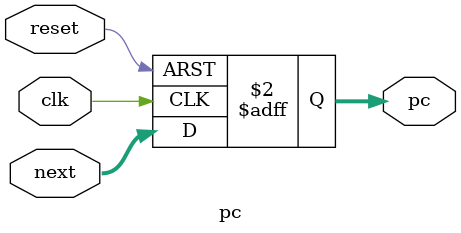
<source format=v>
`timescale 1ns/1ps

module pc (
    input clk,
    input reset,
    output reg [31:0] pc,
    input [31:0] next
);

always @(posedge clk or posedge reset) begin
    if(reset) begin
        pc <=0;
        end
    else begin
        pc <= next; // next value of program counter may be some value (not always pc +4)
    end
end
endmodule 



</source>
